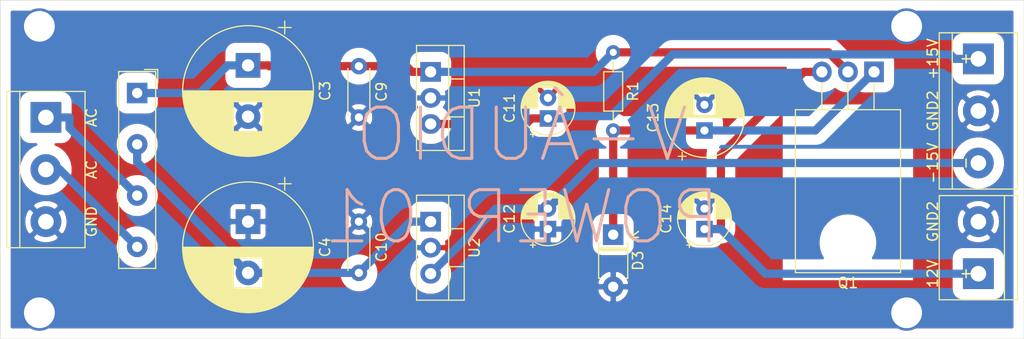
<source format=kicad_pcb>
(kicad_pcb (version 20171130) (host pcbnew "(5.1.2)-2")
  (layers (0 F.Cu signal) (31 B.Cu signal) (34 B.Paste user hide) (35 F.Paste user hide) (36 B.SilkS user) (37 F.SilkS user) (38 B.Mask user) (39 F.Mask user hide) (44 Edge.Cuts user))
  (net 0 "")
  (net 1 GNDA)
  (net 2 "Net-(C3-Pad1)")
  (net 3 "Net-(C10-Pad2)")
  (net 4 "Net-(C11-Pad1)")
  (net 5 "Net-(C12-Pad2)")
  (net 6 "Net-(C13-Pad1)")
  (net 7 "Net-(C14-Pad1)")
  (net 8 "Net-(D2-Pad3)")
  (net 9 /AC2)
  (module Package_TO_SOT_THT:TO-220-3_Vertical (layer F.Cu) (at 88.9 168.275 270)
    (fp_text reference U2 (at 2.54 -4.27 90) (layer F.SilkS))
    (fp_text value LM7815_TO220 hide)
    (pad 3 thru_hole oval (at 5.08 0 270) (size 1.905 2) (drill 1.1) (layers *.Cu *.Mask) (net 5 "Net-(C12-Pad2)"))
    (pad 2 thru_hole oval (at 2.54 0 270) (size 1.905 2) (drill 1.1) (layers *.Cu *.Mask) (net 1 GNDA))
    (pad 1 thru_hole rect (at 0 0 270) (size 1.905 2) (drill 1.1) (layers *.Cu *.Mask) (net 3 "Net-(C10-Pad2)"))
  )
  (module Package_TO_SOT_THT:TO-220-3_Vertical (layer F.Cu) (at 88.9 153.67 270)
    (fp_text reference U1 (at 2.54 -4.27 90) (layer F.SilkS))
    (fp_text value LM7815_TO220 hide)
    (pad 3 thru_hole oval (at 5.08 0 270) (size 1.905 2) (drill 1.1) (layers *.Cu *.Mask) (net 4 "Net-(C11-Pad1)"))
    (pad 2 thru_hole oval (at 2.54 0 270) (size 1.905 2) (drill 1.1) (layers *.Cu *.Mask) (net 1 GNDA))
    (pad 1 thru_hole rect (at 0 0 270) (size 1.905 2) (drill 1.1) (layers *.Cu *.Mask) (net 2 "Net-(C3-Pad1)"))
  )
  (module Resistor_THT:R_Axial_DIN0204_L3.6mm_D1.6mm_P7.62mm_Horizontal (layer F.Cu) (at 106.68 151.765 270)
    (fp_text reference R1 (at 3.81 -1.92 90) (layer F.SilkS))
    (fp_text value R hide)
    (pad 2 thru_hole oval (at 7.62 0 270) (size 1.4 1.4) (drill 0.7) (layers *.Cu *.Mask) (net 6 "Net-(C13-Pad1)"))
    (pad 1 thru_hole circle (at 0 0 270) (size 1.4 1.4) (drill 0.7) (layers *.Cu *.Mask) (net 2 "Net-(C3-Pad1)"))
  )
  (module Package_TO_SOT_THT:TO-220-3_Horizontal_TabDown (layer F.Cu) (at 132.08 153.67 180)
    (fp_text reference Q1 (at 2.54 -20.58) (layer F.SilkS))
    (fp_text value TIP41)
    (pad 3 thru_hole oval (at 5.08 0 180) (size 1.905 2) (drill 1.1) (layers *.Cu *.Mask) (net 7 "Net-(C14-Pad1)"))
    (pad 2 thru_hole oval (at 2.54 0 180) (size 1.905 2) (drill 1.1) (layers *.Cu *.Mask) (net 2 "Net-(C3-Pad1)"))
    (pad 1 thru_hole rect (at 0 0 180) (size 1.905 2) (drill 1.1) (layers *.Cu *.Mask) (net 6 "Net-(C13-Pad1)"))
    (pad "" np_thru_hole oval (at 2.54 -16.66 180) (size 3.5 3.5) (drill 3.5) (layers *.Cu *.Mask))
  )
  (module TerminalBlock:TerminalBlock_bornier-2_P5.08mm (layer F.Cu) (at 142.24 173.355 90)
    (fp_text reference 12V (at 0 -4.445 90) (layer F.SilkS))
    (fp_text value Screw_Terminal_01x02 hide)
    (pad 2 thru_hole circle (at 5.08 0 90) (size 3 3) (drill 1.52) (layers *.Cu *.Mask) (net 1 GNDA))
    (pad 1 thru_hole rect (at 0 0 90) (size 3 3) (drill 1.52) (layers *.Cu *.Mask) (net 7 "Net-(C14-Pad1)"))
  )
  (module TerminalBlock:TerminalBlock_bornier-3_P5.08mm (layer F.Cu) (at 142.24 152.4 270)
    (fp_text reference +15V (at 0 4.445 90) (layer F.SilkS))
    (fp_text value Conn_01x03_Male hide)
    (pad 3 thru_hole circle (at 10.16 0 270) (size 3 3) (drill 1.52) (layers *.Cu *.Mask) (net 5 "Net-(C12-Pad2)"))
    (pad 2 thru_hole circle (at 5.08 0 270) (size 3 3) (drill 1.52) (layers *.Cu *.Mask) (net 1 GNDA))
    (pad 1 thru_hole rect (at 0 0 270) (size 3 3) (drill 1.52) (layers *.Cu *.Mask) (net 4 "Net-(C11-Pad1)"))
  )
  (module TerminalBlock:TerminalBlock_bornier-3_P5.08mm (layer F.Cu) (at 51.435 158.115 270)
    (fp_text reference Entrada1 hide)
    (fp_text value Screw_Terminal_01x03 hide)
    (pad 3 thru_hole circle (at 10.16 0 270) (size 3 3) (drill 1.52) (layers *.Cu *.Mask) (net 1 GNDA))
    (pad 2 thru_hole circle (at 5.08 0 270) (size 3 3) (drill 1.52) (layers *.Cu *.Mask) (net 9 /AC2))
    (pad 1 thru_hole rect (at 0 0 270) (size 3 3) (drill 1.52) (layers *.Cu *.Mask) (net 8 "Net-(D2-Pad3)"))
  )
  (module Diode_THT:D_T-1_P5.08mm_Horizontal (layer F.Cu) (at 106.68 169.545 270)
    (fp_text reference D3 (at 2.54 -2.42 90) (layer F.SilkS))
    (fp_text value 1n4442 hide)
    (fp_text user K (at 0 -2 90) (layer F.SilkS))
    (pad 2 thru_hole oval (at 5.08 0 270) (size 2 2) (drill 1) (layers *.Cu *.Mask) (net 1 GNDA))
    (pad 1 thru_hole rect (at 0 0 270) (size 2 2) (drill 1) (layers *.Cu *.Mask) (net 6 "Net-(C13-Pad1)"))
  )
  (module Diode_THT:Diode_Bridge_19.0x3.5x10.0mm_P5.0mm (layer F.Cu) (at 60.325 155.735 270)
    (fp_text reference D2 hide)
    (fp_text value D_Bridge_+-AA)
    (pad 1 thru_hole rect (at 0 0 270) (size 2 2) (drill 1) (layers *.Cu *.Mask) (net 2 "Net-(C3-Pad1)"))
    (pad 2 thru_hole circle (at 5 0 270) (size 2 2) (drill 1) (layers *.Cu *.Mask) (net 3 "Net-(C10-Pad2)"))
    (pad 3 thru_hole circle (at 10 0 270) (size 2 2) (drill 1) (layers *.Cu *.Mask) (net 8 "Net-(D2-Pad3)"))
    (pad 4 thru_hole circle (at 15 0 270) (size 2 2) (drill 1) (layers *.Cu *.Mask) (net 9 /AC2))
  )
  (module Capacitor_THT:CP_Radial_D5.0mm_P2.00mm (layer F.Cu) (at 115.57 169.005 90)
    (fp_text reference C14 (at 1 -3.75 90) (layer F.SilkS))
    (fp_text value 10uF)
    (pad 2 thru_hole circle (at 2 0 90) (size 1.6 1.6) (drill 0.8) (layers *.Cu *.Mask) (net 1 GNDA))
    (pad 1 thru_hole rect (at 0 0 90) (size 1.6 1.6) (drill 0.8) (layers *.Cu *.Mask) (net 7 "Net-(C14-Pad1)"))
  )
  (module Capacitor_THT:CP_Radial_D7.5mm_P2.50mm (layer F.Cu) (at 115.57 159.385 90)
    (fp_text reference C13 (at 1.25 -5 90) (layer F.SilkS))
    (fp_text value 100uF)
    (pad 2 thru_hole circle (at 2.5 0 90) (size 1.6 1.6) (drill 0.8) (layers *.Cu *.Mask) (net 1 GNDA))
    (pad 1 thru_hole rect (at 0 0 90) (size 1.6 1.6) (drill 0.8) (layers *.Cu *.Mask) (net 6 "Net-(C13-Pad1)"))
  )
  (module Capacitor_THT:CP_Radial_D5.0mm_P2.00mm (layer F.Cu) (at 100.33 169.005 90)
    (fp_text reference C12 (at 1 -3.75 90) (layer F.SilkS))
    (fp_text value 10uF)
    (pad 2 thru_hole circle (at 2 0 90) (size 1.6 1.6) (drill 0.8) (layers *.Cu *.Mask) (net 5 "Net-(C12-Pad2)"))
    (pad 1 thru_hole rect (at 0 0 90) (size 1.6 1.6) (drill 0.8) (layers *.Cu *.Mask) (net 1 GNDA))
  )
  (module Capacitor_THT:CP_Radial_D5.0mm_P2.00mm (layer F.Cu) (at 100.33 158.21 90)
    (fp_text reference C11 (at 1 -3.75 90) (layer F.SilkS))
    (fp_text value 10uF)
    (pad 2 thru_hole circle (at 2 0 90) (size 1.6 1.6) (drill 0.8) (layers *.Cu *.Mask) (net 1 GNDA))
    (pad 1 thru_hole rect (at 0 0 90) (size 1.6 1.6) (drill 0.8) (layers *.Cu *.Mask) (net 4 "Net-(C11-Pad1)"))
  )
  (module Capacitor_THT:C_Disc_D4.3mm_W1.9mm_P5.00mm (layer F.Cu) (at 81.915 168.275 270)
    (fp_text reference C10 (at 2.5 -2.2 90) (layer F.SilkS))
    (fp_text value 100uF)
    (pad 2 thru_hole circle (at 5 0 270) (size 1.6 1.6) (drill 0.8) (layers *.Cu *.Mask) (net 3 "Net-(C10-Pad2)"))
    (pad 1 thru_hole circle (at 0 0 270) (size 1.6 1.6) (drill 0.8) (layers *.Cu *.Mask) (net 1 GNDA))
  )
  (module Capacitor_THT:C_Disc_D4.3mm_W1.9mm_P5.00mm (layer F.Cu) (at 81.915 153.115 270)
    (fp_text reference C9 (at 2.5 -2.2 90) (layer F.SilkS))
    (fp_text value 100uF)
    (pad 2 thru_hole circle (at 5 0 270) (size 1.6 1.6) (drill 0.8) (layers *.Cu *.Mask) (net 1 GNDA))
    (pad 1 thru_hole circle (at 0 0 270) (size 1.6 1.6) (drill 0.8) (layers *.Cu *.Mask) (net 2 "Net-(C3-Pad1)"))
  )
  (module Capacitor_THT:CP_Radial_D12.5mm_P5.00mm (layer F.Cu) (at 71.12 168.275 270)
    (fp_text reference C4 (at 2.5 -7.5 90) (layer F.SilkS))
    (fp_text value 2200uF)
    (pad 2 thru_hole circle (at 5 0 270) (size 2.4 2.4) (drill 1.2) (layers *.Cu *.Mask) (net 3 "Net-(C10-Pad2)"))
    (pad 1 thru_hole rect (at 0 0 270) (size 2.4 2.4) (drill 1.2) (layers *.Cu *.Mask) (net 1 GNDA))
  )
  (module Capacitor_THT:CP_Radial_D12.5mm_P5.00mm (layer F.Cu) (at 71.12 153.035 270)
    (fp_text reference C3 (at 2.5 -7.5 90) (layer F.SilkS))
    (fp_text value 2200uF)
    (pad 2 thru_hole circle (at 5 0 270) (size 2.4 2.4) (drill 1.2) (layers *.Cu *.Mask) (net 1 GNDA))
    (pad 1 thru_hole rect (at 0 0 270) (size 2.4 2.4) (drill 1.2) (layers *.Cu *.Mask) (net 2 "Net-(C3-Pad1)"))
  )
  (gr_text -15V (at 137.795 162.56 90) (layer F.SilkS) (effects (font (size 1 1))))
  (gr_line (start 146.685 179.705) (end 46.99 179.705) (layer Edge.Cuts) (width 0.05))
  (gr_line (start 146.685 146.685) (end 146.685 179.705) (layer Edge.Cuts) (width 0.05))
  (gr_line (start 46.99 146.685) (end 146.685 146.685) (layer Edge.Cuts) (width 0.05))
  (gr_line (start 46.99 179.705) (end 46.99 146.685) (layer Edge.Cuts) (width 0.05))
  (gr_text + (at 140.97 152.4 90) (layer F.SilkS) (effects (font (size 1 1))))
  (gr_text - (at 140.97 162.56 90) (layer F.SilkS) (effects (font (size 1 1))))
  (gr_text + (at 140.97 173.355 90) (layer F.SilkS) (effects (font (size 1 1))))
  (gr_text GND2 (at 137.795 157.48 90) (layer F.SilkS) (effects (font (size 1 1))))
  (gr_text GND2 (at 137.795 168.275 90) (layer F.SilkS) (effects (font (size 1 1))))
  (gr_text AC (at 55.88 158.115 90) (layer F.SilkS) (effects (font (size 1 1))))
  (gr_text AC (at 55.88 163.195 90) (layer F.SilkS) (effects (font (size 1 1))))
  (gr_text GND (at 55.88 168.275 90) (layer F.SilkS) (effects (font (size 1 1))))
  (gr_text "V-ÁUDIO\nPOWER 01" (at 97.79 163.83) (layer B.SilkS) (effects (font (size 5 5) (thickness 0.3)) (justify mirror)))
  (via (at 135.255 177.165) (size 3.5) (drill 3) (layers F.Cu B.Cu) (net 0))
  (via (at 50.8 177.165) (size 3.5) (drill 3) (layers F.Cu B.Cu) (net 0))
  (via (at 50.8 149.225) (size 3.5) (drill 3) (layers F.Cu B.Cu) (net 0))
  (via (at 135.255 149.225) (size 3.5) (drill 3) (layers F.Cu B.Cu) (net 0))
  (segment (start 71.12 153.035) (end 73.12 153.035) (width 0.8) (layer F.Cu) (net 2))
  (segment (start 73.12 153.035) (end 73.2 153.115) (width 0.8) (layer F.Cu) (net 2))
  (segment (start 73.2 153.115) (end 81.915 153.115) (width 0.8) (layer F.Cu) (net 2))
  (segment (start 88.9 153.67) (end 104.775 153.67) (width 0.8) (layer B.Cu) (net 2))
  (segment (start 104.775 153.67) (end 106.68 151.765) (width 0.8) (layer B.Cu) (net 2))
  (segment (start 129.54 153.67) (end 127.635 151.765) (width 0.8) (layer F.Cu) (net 2))
  (segment (start 127.635 151.765) (end 106.68 151.765) (width 0.8) (layer F.Cu) (net 2))
  (segment (start 71.12 153.035) (end 69.12 153.035) (width 0.8) (layer B.Cu) (net 2))
  (segment (start 60.325 155.735) (end 66.42 155.735) (width 0.8) (layer B.Cu) (net 2))
  (segment (start 66.42 155.735) (end 69.12 153.035) (width 0.8) (layer B.Cu) (net 2))
  (segment (start 81.915 153.115) (end 86.545 153.115) (width 0.8) (layer F.Cu) (net 2))
  (segment (start 86.545 153.115) (end 87.1 153.67) (width 0.8) (layer F.Cu) (net 2))
  (segment (start 88.9 153.67) (end 87.1 153.67) (width 0.8) (layer F.Cu) (net 2))
  (segment (start 81.915 173.275) (end 86.915 168.275) (width 0.8) (layer B.Cu) (net 3))
  (segment (start 86.915 168.275) (end 88.9 168.275) (width 0.8) (layer B.Cu) (net 3))
  (segment (start 71.12 173.275) (end 81.915 173.275) (width 0.8) (layer B.Cu) (net 3))
  (segment (start 60.325 160.735) (end 60.325 162.48) (width 0.8) (layer B.Cu) (net 3))
  (segment (start 60.325 162.48) (end 71.12 173.275) (width 0.8) (layer B.Cu) (net 3))
  (segment (start 142.24 152.4) (end 139.94 152.4) (width 0.8) (layer B.Cu) (net 4))
  (segment (start 100.33 158.21) (end 101.93 158.21) (width 0.8) (layer B.Cu) (net 4))
  (segment (start 101.93 158.21) (end 102.1554 157.9846) (width 0.8) (layer B.Cu) (net 4))
  (segment (start 102.1554 157.9846) (end 106.4638 157.9846) (width 0.8) (layer B.Cu) (net 4))
  (segment (start 106.4638 157.9846) (end 112.4788 151.9696) (width 0.8) (layer B.Cu) (net 4))
  (segment (start 112.4788 151.9696) (end 139.5096 151.9696) (width 0.8) (layer B.Cu) (net 4))
  (segment (start 139.5096 151.9696) (end 139.94 152.4) (width 0.8) (layer B.Cu) (net 4))
  (segment (start 100.33 158.21) (end 98.73 158.21) (width 0.8) (layer F.Cu) (net 4))
  (segment (start 98.73 158.21) (end 98.19 158.75) (width 0.8) (layer F.Cu) (net 4))
  (segment (start 98.19 158.75) (end 88.9 158.75) (width 0.8) (layer F.Cu) (net 4))
  (segment (start 100.33 167.005) (end 104.775 162.56) (width 0.8) (layer B.Cu) (net 5))
  (segment (start 104.775 162.56) (end 142.24 162.56) (width 0.8) (layer B.Cu) (net 5))
  (segment (start 88.9 173.355) (end 95.25 167.005) (width 0.8) (layer B.Cu) (net 5))
  (segment (start 95.25 167.005) (end 100.33 167.005) (width 0.8) (layer B.Cu) (net 5))
  (segment (start 106.68 159.385) (end 106.68 167.745) (width 0.8) (layer F.Cu) (net 6))
  (segment (start 106.68 169.545) (end 106.68 167.745) (width 0.8) (layer F.Cu) (net 6))
  (segment (start 115.57 159.385) (end 106.68 159.385) (width 0.8) (layer F.Cu) (net 6))
  (segment (start 115.57 159.385) (end 126.365 159.385) (width 0.8) (layer B.Cu) (net 6))
  (segment (start 126.365 159.385) (end 132.08 153.67) (width 0.8) (layer B.Cu) (net 6))
  (segment (start 115.57 169.005) (end 117.17 169.005) (width 0.8) (layer B.Cu) (net 7))
  (segment (start 117.17 169.005) (end 121.52 173.355) (width 0.8) (layer B.Cu) (net 7))
  (segment (start 121.52 173.355) (end 142.24 173.355) (width 0.8) (layer B.Cu) (net 7))
  (segment (start 127 153.67) (end 125.2475 153.67) (width 0.8) (layer F.Cu) (net 7))
  (segment (start 115.57 169.005) (end 117.17 169.005) (width 0.8) (layer F.Cu) (net 7))
  (segment (start 117.17 169.005) (end 117.17 161.7475) (width 0.8) (layer F.Cu) (net 7))
  (segment (start 117.17 161.7475) (end 125.2475 153.67) (width 0.8) (layer F.Cu) (net 7))
  (segment (start 51.435 158.115) (end 53.735 158.115) (width 0.8) (layer B.Cu) (net 8))
  (segment (start 60.325 165.735) (end 53.735 159.145) (width 0.8) (layer B.Cu) (net 8))
  (segment (start 53.735 159.145) (end 53.735 158.115) (width 0.8) (layer B.Cu) (net 8))
  (segment (start 60.325 170.735) (end 52.785 163.195) (width 0.8) (layer B.Cu) (net 9))
  (segment (start 52.785 163.195) (end 51.435 163.195) (width 0.8) (layer B.Cu) (net 9))
  (zone (net 0) (net_name "") (layer F.Cu) (connect_pads (clearance 0.508)) (min_thickness 0.254)
    (keepout (tracks not_allowed) (vias not_allowed) (copperpour not_allowed))
    (fill (arc_segments 32) (thermal_gap 0.508) (thermal_bridge_width 0.508))
    (polygon (pts (xy 123.19 156.845) (xy 123.19 173.99) (xy 135.89 173.99) (xy 135.89 156.845)))
  )
  (zone (net 1) (net_name GNDA) (layer F.Cu) (connect_pads (clearance 1)) (min_thickness 0.254) (fill yes (arc_segments 32) (thermal_gap 0.508) (thermal_bridge_width 0.508))
    (polygon (pts (xy 46.99 179.705) (xy 46.99 146.685) (xy 146.685 146.685) (xy 146.685 179.705)))
  )
  (zone (net 1) (net_name GNDA) (layer B.Cu) (connect_pads (clearance 1)) (min_thickness 0.254) (fill yes (arc_segments 32) (thermal_gap 0.508) (thermal_bridge_width 0.508))
    (polygon (pts (xy 46.99 179.705) (xy 46.99 146.685) (xy 146.685 146.685) (xy 146.685 179.705)))
  )
)
</source>
